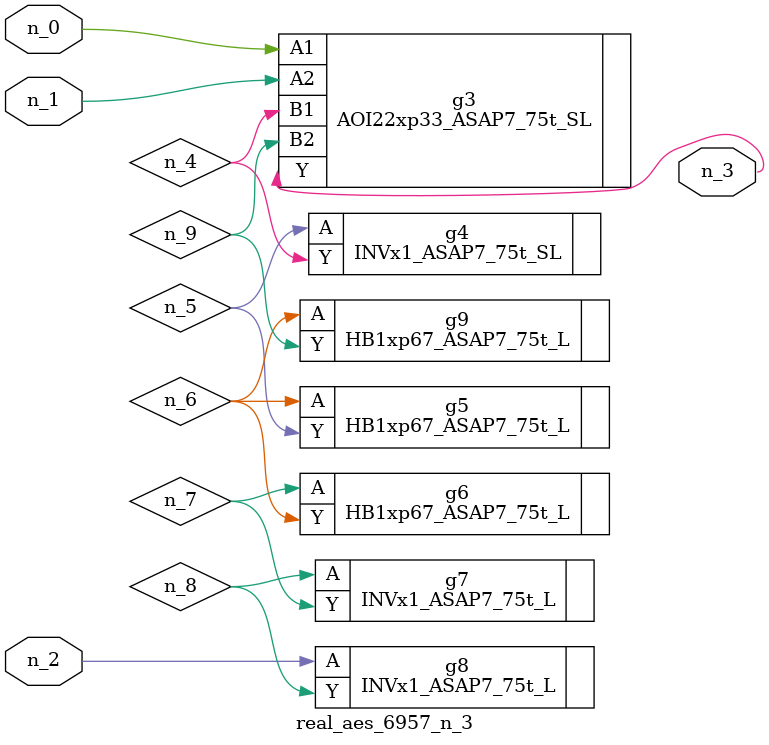
<source format=v>
module real_aes_6957_n_3 (n_0, n_2, n_1, n_3);
input n_0;
input n_2;
input n_1;
output n_3;
wire n_4;
wire n_5;
wire n_7;
wire n_9;
wire n_6;
wire n_8;
AOI22xp33_ASAP7_75t_SL g3 ( .A1(n_0), .A2(n_1), .B1(n_4), .B2(n_9), .Y(n_3) );
INVx1_ASAP7_75t_L g8 ( .A(n_2), .Y(n_8) );
INVx1_ASAP7_75t_SL g4 ( .A(n_5), .Y(n_4) );
HB1xp67_ASAP7_75t_L g5 ( .A(n_6), .Y(n_5) );
HB1xp67_ASAP7_75t_L g9 ( .A(n_6), .Y(n_9) );
HB1xp67_ASAP7_75t_L g6 ( .A(n_7), .Y(n_6) );
INVx1_ASAP7_75t_L g7 ( .A(n_8), .Y(n_7) );
endmodule
</source>
